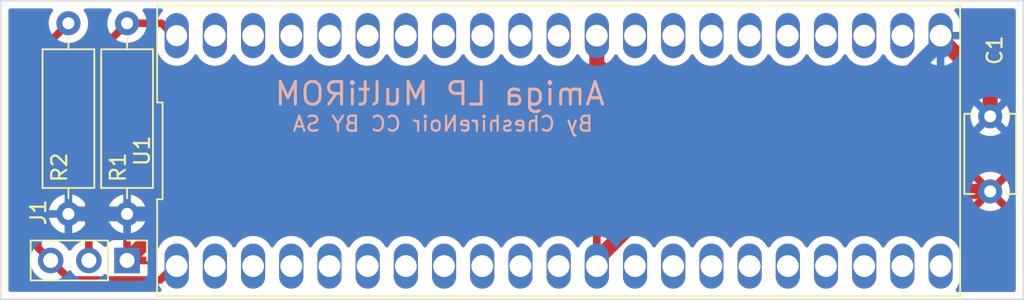
<source format=kicad_pcb>
(kicad_pcb (version 20211014) (generator pcbnew)
  (layers (0 "F.Cu" signal) (31 "B.Cu" signal) (34 "B.Paste" user) (35 "F.Paste" user) (36 "B.SilkS" user "B.Silkscreen") (37 "F.SilkS" user "F.Silkscreen") (38 "B.Mask" user) (39 "F.Mask" user) (44 "Edge.Cuts" user))
  (net 0 "")
  (net 1 "+5V")
  (net 2 "GND")
  (net 3 "Net-(J1-Pad2)")
  (net 4 "Net-(J1-Pad3)")
  (footprint "CheshBits:DIP-42_604_ELL" (layer "F.Cu") (at 175 121)
    (fp_text reference "U1" (at -27.7 0 90) (layer "F.SilkS"))
    (fp_text value "27C160")
    (fp_line (start -26.7 -9.675) (end -26.7 -3.225) (layer "F.SilkS") (width 0.12))
    (fp_line (start -26.7 -3.225) (end -26.34 -3.225) (layer "F.SilkS") (width 0.12))
    (fp_line (start 26.7 -9.674999) (end -26.7 -9.675) (layer "F.SilkS") (width 0.12))
    (fp_line (start 26.7 9.675) (end 26.7 -9.674999) (layer "F.SilkS") (width 0.12))
    (fp_line (start -26.7 3.224999) (end -26.7 9.674999) (layer "F.SilkS") (width 0.12))
    (fp_line (start -26.7 9.674999) (end 26.7 9.675) (layer "F.SilkS") (width 0.12))
    (fp_line (start -26.34 3.224999) (end -26.7 3.224999) (layer "F.SilkS") (width 0.12))
    (fp_line (start -26.34 -3.225) (end -26.34 3.224999) (layer "F.SilkS") (width 0.12))
    (pad "1" thru_hole oval (at -25.4 7.675) (size 1.6 3) (drill 1.45) (layers *.Cu *.Mask) (net 4 "Net-(J1-Pad3)"))
    (pad "2" thru_hole oval (at -22.86 7.675) (size 1.6 3) (drill 1.45) (layers *.Cu *.Mask))
    (pad "3" thru_hole oval (at -20.32 7.675) (size 1.6 3) (drill 1.45) (layers *.Cu *.Mask))
    (pad "4" thru_hole oval (at -17.78 7.675) (size 1.6 3) (drill 1.45) (layers *.Cu *.Mask))
    (pad "5" thru_hole oval (at -15.24 7.675) (size 1.6 3) (drill 1.45) (layers *.Cu *.Mask))
    (pad "6" thru_hole oval (at -12.7 7.675) (size 1.6 3) (drill 1.45) (layers *.Cu *.Mask))
    (pad "7" thru_hole oval (at -10.16 7.675) (size 1.6 3) (drill 1.45) (layers *.Cu *.Mask))
    (pad "8" thru_hole oval (at -7.62 7.675) (size 1.6 3) (drill 1.45) (layers *.Cu *.Mask))
    (pad "9" thru_hole oval (at -5.08 7.675) (size 1.6 3) (drill 1.45) (layers *.Cu *.Mask))
    (pad "10" thru_hole oval (at -2.54 7.675) (size 1.6 3) (drill 1.45) (layers *.Cu *.Mask))
    (pad "11" thru_hole oval (at 0 7.675) (size 1.6 3) (drill 1.45) (layers *.Cu *.Mask))
    (pad "12" thru_hole oval (at 2.54 7.675) (size 1.6 3) (drill 1.45) (layers *.Cu *.Mask) (net 2 "GND"))
    (pad "13" thru_hole oval (at 5.08 7.675) (size 1.6 3) (drill 1.45) (layers *.Cu *.Mask))
    (pad "14" thru_hole oval (at 7.62 7.675) (size 1.6 3) (drill 1.45) (layers *.Cu *.Mask))
    (pad "15" thru_hole oval (at 10.16 7.675) (size 1.6 3) (drill 1.45) (layers *.Cu *.Mask))
    (pad "16" thru_hole oval (at 12.7 7.675) (size 1.6 3) (drill 1.45) (layers *.Cu *.Mask))
    (pad "17" thru_hole oval (at 15.24 7.675) (size 1.6 3) (drill 1.45) (layers *.Cu *.Mask))
    (pad "18" thru_hole oval (at 17.78 7.675) (size 1.6 3) (drill 1.45) (layers *.Cu *.Mask))
    (pad "19" thru_hole oval (at 20.32 7.675) (size 1.6 3) (drill 1.45) (layers *.Cu *.Mask))
    (pad "20" thru_hole oval (at 22.86 7.675) (size 1.6 3) (drill 1.45) (layers *.Cu *.Mask))
    (pad "21" thru_hole oval (at 25.4 7.675) (size 1.6 3) (drill 1.45) (layers *.Cu *.Mask))
    (pad "22" thru_hole oval (at 25.4 -7.675) (size 1.6 3) (drill 1.45) (layers *.Cu *.Mask) (net 1 "+5V"))
    (pad "23" thru_hole oval (at 22.86 -7.675) (size 1.6 3) (drill 1.45) (layers *.Cu *.Mask))
    (pad "24" thru_hole oval (at 20.32 -7.675) (size 1.6 3) (drill 1.45) (layers *.Cu *.Mask))
    (pad "25" thru_hole oval (at 17.78 -7.675) (size 1.6 3) (drill 1.45) (layers *.Cu *.Mask))
    (pad "26" thru_hole oval (at 15.24 -7.675) (size 1.6 3) (drill 1.45) (layers *.Cu *.Mask))
    (pad "27" thru_hole oval (at 12.7 -7.675) (size 1.6 3) (drill 1.45) (layers *.Cu *.Mask))
    (pad "28" thru_hole oval (at 10.16 -7.675) (size 1.6 3) (drill 1.45) (layers *.Cu *.Mask))
    (pad "29" thru_hole oval (at 7.62 -7.675) (size 1.6 3) (drill 1.45) (layers *.Cu *.Mask))
    (pad "30" thru_hole oval (at 5.08 -7.675) (size 1.6 3) (drill 1.45) (layers *.Cu *.Mask))
    (pad "31" thru_hole oval (at 2.54 -7.675) (size 1.6 3) (drill 1.45) (layers *.Cu *.Mask) (net 2 "GND"))
    (pad "32" thru_hole oval (at 0 -7.675) (size 1.6 3) (drill 1.45) (layers *.Cu *.Mask))
    (pad "33" thru_hole oval (at -2.54 -7.675) (size 1.6 3) (drill 1.45) (layers *.Cu *.Mask))
    (pad "34" thru_hole oval (at -5.08 -7.675) (size 1.6 3) (drill 1.45) (layers *.Cu *.Mask))
    (pad "35" thru_hole oval (at -7.62 -7.675) (size 1.6 3) (drill 1.45) (layers *.Cu *.Mask))
    (pad "36" thru_hole oval (at -10.16 -7.675) (size 1.6 3) (drill 1.45) (layers *.Cu *.Mask))
    (pad "37" thru_hole oval (at -12.7 -7.675) (size 1.6 3) (drill 1.45) (layers *.Cu *.Mask))
    (pad "38" thru_hole oval (at -15.24 -7.675) (size 1.6 3) (drill 1.45) (layers *.Cu *.Mask))
    (pad "39" thru_hole oval (at -17.78 -7.675) (size 1.6 3) (drill 1.45) (layers *.Cu *.Mask))
    (pad "40" thru_hole oval (at -20.32 -7.675) (size 1.6 3) (drill 1.45) (layers *.Cu *.Mask))
    (pad "41" thru_hole oval (at -22.86 -7.675) (size 1.6 3) (drill 1.45) (layers *.Cu *.Mask))
    (pad "42" thru_hole oval (at -25.4 -7.675) (size 1.6 3) (drill 1.4) (layers *.Cu *.Mask) (net 3 "Net-(J1-Pad2)"))
  )
  (footprint "Resistor_THT:R_Axial_DIN0309_L9.0mm_D3.2mm_P12.70mm_Horizontal" (layer "F.Cu") (at 146.3 112.5 -90)
    (fp_text reference "R1" (at 9.6 0.6 90) (layer "F.SilkS"))
    (fp_text value "10k")
    (fp_line (start 10.97 -1.72) (end 1.73 -1.72) (layer "F.SilkS") (width 0.12))
    (fp_line (start 11.66 0) (end 10.97 0) (layer "F.SilkS") (width 0.12))
    (fp_line (start 1.73 -1.72) (end 1.73 1.72) (layer "F.SilkS") (width 0.12))
    (fp_line (start 1.04 0) (end 1.73 0) (layer "F.SilkS") (width 0.12))
    (fp_line (start 1.73 1.72) (end 10.97 1.72) (layer "F.SilkS") (width 0.12))
    (fp_line (start 10.97 1.72) (end 10.97 -1.72) (layer "F.SilkS") (width 0.12))
    (pad "1" thru_hole circle (at 0 0 270) (size 1.6 1.6) (drill 0.8) (layers *.Cu *.Mask) (net 3 "Net-(J1-Pad2)"))
    (pad "2" thru_hole oval (at 12.7 0 270) (size 1.6 1.6) (drill 0.8) (layers *.Cu *.Mask) (net 1 "+5V"))
  )
  (footprint "Resistor_THT:R_Axial_DIN0309_L9.0mm_D3.2mm_P12.70mm_Horizontal" (layer "F.Cu") (at 142.4 112.5 -90)
    (fp_text reference "R2" (at 9.6 0.6 90) (layer "F.SilkS"))
    (fp_text value "10k")
    (fp_line (start 1.73 -1.72) (end 1.73 1.72) (layer "F.SilkS") (width 0.12))
    (fp_line (start 1.04 0) (end 1.73 0) (layer "F.SilkS") (width 0.12))
    (fp_line (start 10.97 -1.72) (end 1.73 -1.72) (layer "F.SilkS") (width 0.12))
    (fp_line (start 1.73 1.72) (end 10.97 1.72) (layer "F.SilkS") (width 0.12))
    (fp_line (start 10.97 1.72) (end 10.97 -1.72) (layer "F.SilkS") (width 0.12))
    (fp_line (start 11.66 0) (end 10.97 0) (layer "F.SilkS") (width 0.12))
    (pad "1" thru_hole circle (at 0 0 270) (size 1.6 1.6) (drill 0.8) (layers *.Cu *.Mask) (net 4 "Net-(J1-Pad3)"))
    (pad "2" thru_hole oval (at 12.7 0 270) (size 1.6 1.6) (drill 0.8) (layers *.Cu *.Mask) (net 1 "+5V"))
  )
  (footprint "Capacitor_THT:C_Disc_D5.1mm_W3.2mm_P5.00mm" (layer "F.Cu") (at 203.7 118.7 -90)
    (fp_text reference "C1" (at -4.4 -0.3 90) (layer "F.SilkS"))
    (fp_text value "0.1uF")
    (fp_line (start -0.17 -1.721) (end -0.17 -1.055) (layer "F.SilkS") (width 0.12))
    (fp_line (start 5.17 1.055) (end 5.17 1.721) (layer "F.SilkS") (width 0.12))
    (fp_line (start -0.17 1.721) (end 5.17 1.721) (layer "F.SilkS") (width 0.12))
    (fp_line (start -0.17 1.055) (end -0.17 1.721) (layer "F.SilkS") (width 0.12))
    (fp_line (start -0.17 -1.721) (end 5.17 -1.721) (layer "F.SilkS") (width 0.12))
    (fp_line (start 5.17 -1.721) (end 5.17 -1.055) (layer "F.SilkS") (width 0.12))
    (pad "1" thru_hole circle (at 0 0 270) (size 1.6 1.6) (drill 0.8) (layers *.Cu *.Mask) (net 1 "+5V"))
    (pad "2" thru_hole circle (at 5 0 270) (size 1.6 1.6) (drill 0.8) (layers *.Cu *.Mask) (net 2 "GND"))
  )
  (footprint "Connector_PinHeader_2.54mm:PinHeader_1x03_P2.54mm_Vertical" (layer "F.Cu") (at 146.3 128.3 -90)
    (fp_text reference "J1" (at -3.2 5.9 90) (layer "F.SilkS"))
    (fp_text value "Conn_01x03")
    (fp_line (start -1.33 1.27) (end -1.33 6.41) (layer "F.SilkS") (width 0.12))
    (fp_line (start 1.33 1.27) (end 1.33 6.41) (layer "F.SilkS") (width 0.12))
    (fp_line (start -1.33 -1.33) (end 0 -1.33) (layer "F.SilkS") (width 0.12))
    (fp_line (start -1.33 6.41) (end 1.33 6.41) (layer "F.SilkS") (width 0.12))
    (fp_line (start -1.33 0) (end -1.33 -1.33) (layer "F.SilkS") (width 0.12))
    (fp_line (start -1.33 1.27) (end 1.33 1.27) (layer "F.SilkS") (width 0.12))
    (pad "1" thru_hole rect (at 0 0 270) (size 1.7 1.7) (drill 1) (layers *.Cu *.Mask) (net 2 "GND"))
    (pad "2" thru_hole oval (at 0 2.54 270) (size 1.7 1.7) (drill 1) (layers *.Cu *.Mask) (net 3 "Net-(J1-Pad2)"))
    (pad "3" thru_hole oval (at 0 5.08 270) (size 1.7 1.7) (drill 1) (layers *.Cu *.Mask) (net 4 "Net-(J1-Pad3)"))
  )
  (gr_rect (start 137.9 111) (end 205.9 130.9) (layer "Edge.Cuts") (width 0.1) (fill none))
  (gr_text "Amiga LP MultiROM" (at 167.1 117.2) (layer "B.SilkS") (effects (font (size 1.5 1.5) (thickness 0.2)) (justify mirror)))
  (gr_text "By CheshireNoir CC BY SA" (at 167.3 119.2) (layer "B.SilkS") (effects (font (size 1 1)) (justify mirror)))
  (segment (start 203.7 118.7) (end 203.7 116.8) (width 1) (layer "F.Cu") (net 1))
  (segment (start 203.7 116.8) (end 200.4 113.5) (width 1) (layer "F.Cu") (net 1))
  (segment (start 188.95993 125.2) (end 200.4 113.75993) (width 1) (layer "B.Cu") (net 1))
  (segment (start 146.3 125.2) (end 188.95993 125.2) (width 1) (layer "B.Cu") (net 1))
  (segment (start 200.4 113.75993) (end 200.4 113.5) (width 1) (layer "B.Cu") (net 1))
  (segment (start 142.4 125.2) (end 146.3 125.2) (width 1) (layer "B.Cu") (net 1))
  (segment (start 150.9 123.7) (end 182.08007 123.7) (width 1) (layer "F.Cu") (net 2))
  (segment (start 177.54 128.24007) (end 182.08007 123.7) (width 1) (layer "F.Cu") (net 2))
  (segment (start 186 123.7) (end 177.54 115.24) (width 1) (layer "F.Cu") (net 2))
  (segment (start 177.54 113.5) (end 177.54 114.25) (width 1) (layer "F.Cu") (net 2))
  (segment (start 146.3 128.3) (end 150.9 123.7) (width 1) (layer "F.Cu") (net 2))
  (segment (start 203.7 123.7) (end 186 123.7) (width 1) (layer "F.Cu") (net 2))
  (segment (start 182.08007 123.7) (end 186 123.7) (width 1) (layer "F.Cu") (net 2))
  (segment (start 177.54 115.24) (end 177.54 113.5) (width 1) (layer "F.Cu") (net 2))
  (segment (start 177.54 128.5) (end 177.54 128.24007) (width 1) (layer "F.Cu") (net 2))
  (segment (start 146.3 112.5) (end 148.6 112.5) (width 0.5) (layer "F.Cu") (net 3))
  (segment (start 143.76 115.04) (end 143.76 128.3) (width 0.5) (layer "F.Cu") (net 3))
  (segment (start 148.6 112.5) (end 149.6 113.5) (width 0.5) (layer "F.Cu") (net 3))
  (segment (start 146.3 112.5) (end 143.76 115.04) (width 0.5) (layer "F.Cu") (net 3))
  (segment (start 142.4 112.5) (end 140.37 114.53) (width 0.5) (layer "F.Cu") (net 4))
  (segment (start 141.22 128.3) (end 142.519511 129.599511) (width 0.5) (layer "F.Cu") (net 4))
  (segment (start 148.500489 129.599511) (end 149.6 128.5) (width 0.5) (layer "F.Cu") (net 4))
  (segment (start 140.37 114.53) (end 140.37 127.45) (width 0.5) (layer "F.Cu") (net 4))
  (segment (start 142.519511 129.599511) (end 148.500489 129.599511) (width 0.5) (layer "F.Cu") (net 4))
  (segment (start 140.37 127.45) (end 141.22 128.3) (width 0.5) (layer "F.Cu") (net 4))
  (zone (net 2) (net_name "GND") (layer "F.Cu") (connect_pads (clearance 0.508)) (min_thickness 0.254) (fill yes (thermal_gap 0.508) (thermal_bridge_width 0.508))
    (polygon (pts (xy 205.6 130.7) (xy 138.2 130.7) (xy 138.2 111.2) (xy 205.6 111.2)))
  )
  (zone (net 1) (net_name "+5V") (layer "B.Cu") (connect_pads (clearance 0.508)) (min_thickness 0.254) (fill yes (thermal_gap 0.508) (thermal_bridge_width 0.508))
    (polygon (pts (xy 205.6 130.7) (xy 138.2 130.7) (xy 138.2 111.2) (xy 205.6 111.2)))
  )
)
</source>
